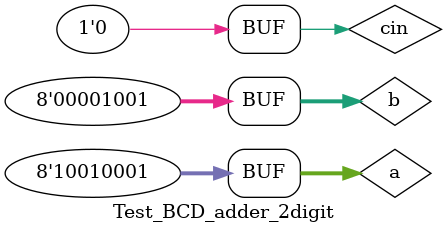
<source format=v>
module Test_BCD_adder_2digit;   
    wire [7:0] s;
    wire cout;

    reg [7:0] a;
    reg [7:0] b;
    reg cin; 

    bcd_adder_2digit uut (
        s,cout,a,b,cin
   );
    
    initial begin
        a = 0;  b = 0;  cin = 0;

        #10; 
        	 a=8'b01001001; b=8'b01001001; cin=1'b0; //49 + 49
        #10  a=8'b00010001; b=8'b00100001; cin=1'b0; //11 + 21
        #10  a=8'b00000111; b=8'b00000100; cin=1'b0; //7 + 4
        #10  a=8'b00000111; b=8'b00000100; cin=1'b1; //7 + 4, with carry
        #10  a=8'b00001001; b=8'b00001001; cin=1'b0; //9 + 9
        #10  a=8'b00001001; b=8'b00001001; cin=1'b1; //9 + 9, with carry
        #10  a=8'b10010001; b=8'b00001001; cin=1'b0; //91 + 9
        #20;

    end 
 
    initial begin
	    $monitor("T = %2t, a = %b, b = %b, cin = %b : Sum = %b, Cout = %b",$time, a, b, cin, s, cout);
		$dumpfile("bcd_adder_2digit.vcd");
		$dumpvars;
    end          
endmodule


</source>
